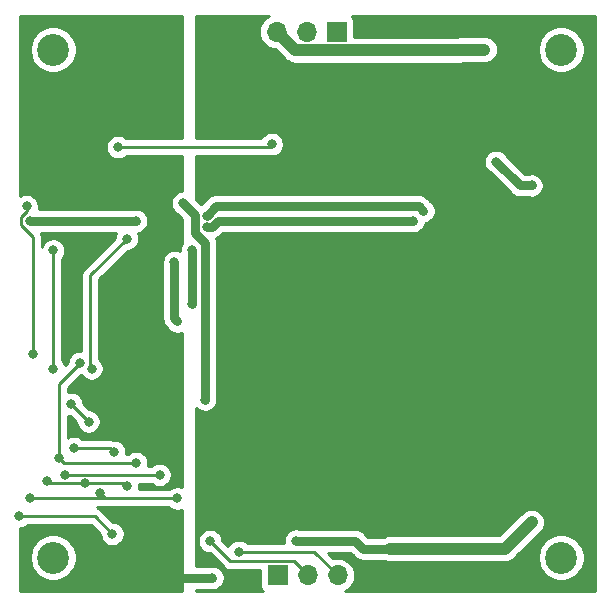
<source format=gbr>
G04 #@! TF.GenerationSoftware,KiCad,Pcbnew,5.1.4-e60b266~84~ubuntu18.04.1*
G04 #@! TF.CreationDate,2019-11-17T15:23:13-07:00*
G04 #@! TF.ProjectId,cob_single,636f625f-7369-46e6-976c-652e6b696361,rev?*
G04 #@! TF.SameCoordinates,Original*
G04 #@! TF.FileFunction,Copper,L2,Bot*
G04 #@! TF.FilePolarity,Positive*
%FSLAX46Y46*%
G04 Gerber Fmt 4.6, Leading zero omitted, Abs format (unit mm)*
G04 Created by KiCad (PCBNEW 5.1.4-e60b266~84~ubuntu18.04.1) date 2019-11-17 15:23:13*
%MOMM*%
%LPD*%
G04 APERTURE LIST*
%ADD10O,1.700000X1.700000*%
%ADD11R,1.700000X1.700000*%
%ADD12C,2.700000*%
%ADD13C,0.800000*%
%ADD14C,0.250000*%
%ADD15C,0.750000*%
%ADD16C,1.000000*%
%ADD17C,0.254000*%
G04 APERTURE END LIST*
D10*
X177580000Y-118000000D03*
X175040000Y-118000000D03*
D11*
X172500000Y-118000000D03*
X177500000Y-72000000D03*
D10*
X174960000Y-72000000D03*
X172420000Y-72000000D03*
D12*
X196500000Y-116500000D03*
X153500000Y-116500000D03*
X153500000Y-73500000D03*
X196500000Y-73500000D03*
D13*
X157500000Y-118000000D03*
X156494929Y-103399297D03*
X175000000Y-91500000D03*
X173000000Y-91500000D03*
X177000000Y-91500000D03*
X179000000Y-91500000D03*
X171000000Y-91500000D03*
X170000000Y-89500000D03*
X172000000Y-89500000D03*
X174000000Y-89500000D03*
X176000000Y-89500000D03*
X178000000Y-89500000D03*
X180000000Y-89500000D03*
X172000000Y-92500000D03*
X178000000Y-92500000D03*
X171000000Y-93500000D03*
X171000000Y-95000000D03*
X171000000Y-96500000D03*
X179000000Y-93500000D03*
X179000000Y-95000000D03*
X179000000Y-96500000D03*
X175000000Y-98500000D03*
X173000000Y-98500000D03*
X171000000Y-98500000D03*
X169000000Y-98500000D03*
X177000000Y-98500000D03*
X179000000Y-98500000D03*
X181000000Y-98500000D03*
X178000000Y-97500000D03*
X172000000Y-97500000D03*
X168000000Y-100500000D03*
X170000000Y-100500000D03*
X172000000Y-100500000D03*
X174000000Y-100500000D03*
X176000000Y-100500000D03*
X178000000Y-100500000D03*
X180000000Y-100500000D03*
X182000000Y-100500000D03*
X166982102Y-118224790D03*
X155130436Y-89642294D03*
X164000000Y-80000000D03*
X155500000Y-98250000D03*
X158000000Y-98250000D03*
X179750000Y-115750000D03*
X182000000Y-115750000D03*
X174075000Y-115075000D03*
X194000000Y-113500000D03*
X190000000Y-73500000D03*
X194000000Y-85000000D03*
X191000000Y-83000000D03*
X160106250Y-107106250D03*
X166774990Y-115103793D03*
X158500000Y-114500000D03*
X150625000Y-113000000D03*
X153500000Y-90500000D03*
X153500000Y-100500000D03*
X155000000Y-103500000D03*
X156500000Y-105000000D03*
X151250000Y-86750000D03*
X151750000Y-99250000D03*
X155250000Y-107250000D03*
X158631273Y-107555908D03*
X159000000Y-81750000D03*
X159750000Y-89500000D03*
X156750000Y-100500000D03*
X172000000Y-81500000D03*
X156175000Y-110225010D03*
X153000000Y-110000000D03*
X159715720Y-110487340D03*
X155774990Y-100017898D03*
X153949361Y-108038775D03*
X160525636Y-108499683D03*
X162500000Y-109500000D03*
X154500000Y-109500000D03*
X169224658Y-116022607D03*
X166368750Y-103131250D03*
X164500000Y-86500000D03*
X164000000Y-111500000D03*
X157500000Y-111000000D03*
X151500000Y-111500000D03*
X166500000Y-87550002D03*
X184841813Y-87158187D03*
X151500000Y-88000000D03*
X184000000Y-88000000D03*
X160500000Y-88000000D03*
X166500000Y-88550015D03*
X165250000Y-95000000D03*
X165250000Y-90500000D03*
X164000000Y-96500000D03*
X163750000Y-91500000D03*
X170500000Y-85000000D03*
X172500000Y-85000000D03*
X175000000Y-85000000D03*
X177500000Y-85000000D03*
X171500000Y-83500000D03*
X174000000Y-83500000D03*
X176500000Y-83500000D03*
D14*
X167000000Y-118000000D02*
X166982102Y-118017898D01*
X166982102Y-118017898D02*
X166982102Y-118224790D01*
X157500000Y-118000000D02*
X166757312Y-118000000D01*
X166757312Y-118000000D02*
X166982102Y-118224790D01*
D15*
X166982102Y-118224790D02*
X164275210Y-118224790D01*
X179075000Y-115075000D02*
X179750000Y-115750000D01*
X174075000Y-115075000D02*
X179075000Y-115075000D01*
X179750000Y-115750000D02*
X182000000Y-115750000D01*
D16*
X182000000Y-115750000D02*
X191750000Y-115750000D01*
X191750000Y-115750000D02*
X194000000Y-113500000D01*
X173269999Y-72849999D02*
X172420000Y-72000000D01*
X173970001Y-73550001D02*
X173269999Y-72849999D01*
X187949999Y-73550001D02*
X173970001Y-73550001D01*
X188000000Y-73500000D02*
X187949999Y-73550001D01*
X190000000Y-73500000D02*
X188000000Y-73500000D01*
D15*
X194000000Y-85000000D02*
X193000000Y-85000000D01*
X193000000Y-85000000D02*
X191000000Y-83000000D01*
D14*
X173864999Y-116824999D02*
X168496196Y-116824999D01*
X168496196Y-116824999D02*
X167174989Y-115503792D01*
X175040000Y-118000000D02*
X173864999Y-116824999D01*
X167174989Y-115503792D02*
X166774990Y-115103793D01*
X158500000Y-114500000D02*
X157000000Y-113000000D01*
X157000000Y-113000000D02*
X150625000Y-113000000D01*
X153500000Y-90500000D02*
X153500000Y-100500000D01*
X155000000Y-103500000D02*
X156500000Y-105000000D01*
X150774999Y-88348001D02*
X151088499Y-88661501D01*
X150774999Y-87651999D02*
X150774999Y-88348001D01*
X151250000Y-86750000D02*
X151250000Y-87176998D01*
X151250000Y-87176998D02*
X150774999Y-87651999D01*
X151088499Y-88661501D02*
X151750000Y-89323002D01*
X151750000Y-89323002D02*
X151750000Y-99250000D01*
X155250000Y-107250000D02*
X158325365Y-107250000D01*
X158325365Y-107250000D02*
X158631273Y-107555908D01*
X156641217Y-92608783D02*
X156641217Y-100391217D01*
X159750000Y-89500000D02*
X156641217Y-92608783D01*
X156641217Y-100391217D02*
X156750000Y-100500000D01*
X159000000Y-81750000D02*
X171750000Y-81750000D01*
X171750000Y-81750000D02*
X172000000Y-81500000D01*
X156175000Y-110225010D02*
X153225010Y-110225010D01*
X153225010Y-110225010D02*
X153000000Y-110000000D01*
X159453390Y-110225010D02*
X159715720Y-110487340D01*
X156175000Y-110225010D02*
X159453390Y-110225010D01*
X155774990Y-100017898D02*
X153949361Y-101843527D01*
X153949361Y-101843527D02*
X153949361Y-108038775D01*
X153949361Y-108038775D02*
X154410269Y-108499683D01*
X159959951Y-108499683D02*
X160525636Y-108499683D01*
X154410269Y-108499683D02*
X159959951Y-108499683D01*
X162500000Y-109500000D02*
X154500000Y-109500000D01*
X169790343Y-116022607D02*
X169224658Y-116022607D01*
X175602607Y-116022607D02*
X169790343Y-116022607D01*
X177580000Y-118000000D02*
X175602607Y-116022607D01*
D15*
X165524999Y-89018016D02*
X165524999Y-87525000D01*
X166368750Y-103131250D02*
X166368750Y-89861767D01*
X166368750Y-89861767D02*
X165524999Y-89018016D01*
X165524999Y-87525000D02*
X164500000Y-86500001D01*
X164500000Y-86500001D02*
X164500000Y-86500000D01*
D14*
X164000000Y-111500000D02*
X158000000Y-111500000D01*
X158000000Y-111500000D02*
X157500000Y-111000000D01*
X158000000Y-111500000D02*
X151500000Y-111500000D01*
X158500000Y-111500000D02*
X158000000Y-111500000D01*
X164000000Y-111500000D02*
X159500000Y-111500000D01*
X161500000Y-111500000D02*
X159500000Y-111500000D01*
D15*
X167291814Y-86758188D02*
X184441814Y-86758188D01*
X184441814Y-86758188D02*
X184841813Y-87158187D01*
X166500000Y-87550002D02*
X167291814Y-86758188D01*
X160500000Y-88000000D02*
X151500000Y-88000000D01*
X166924987Y-88550015D02*
X166500000Y-88550015D01*
X167475002Y-88000000D02*
X166924987Y-88550015D01*
X184000000Y-88000000D02*
X167475002Y-88000000D01*
X165250000Y-90500000D02*
X165250000Y-95000000D01*
X163750000Y-96250000D02*
X164000000Y-96500000D01*
X163750000Y-91500000D02*
X163750000Y-96250000D01*
D17*
G36*
X171590986Y-70759294D02*
G01*
X171364866Y-70944866D01*
X171179294Y-71170986D01*
X171041401Y-71428966D01*
X170956487Y-71708889D01*
X170927815Y-72000000D01*
X170956487Y-72291111D01*
X171041401Y-72571034D01*
X171179294Y-72829014D01*
X171364866Y-73055134D01*
X171590986Y-73240706D01*
X171848966Y-73378599D01*
X172128889Y-73463513D01*
X172294714Y-73479845D01*
X172506855Y-73691987D01*
X172506861Y-73691992D01*
X173128005Y-74313136D01*
X173163552Y-74356450D01*
X173336378Y-74498285D01*
X173533554Y-74603677D01*
X173747502Y-74668578D01*
X173914249Y-74685001D01*
X173914258Y-74685001D01*
X173970000Y-74690491D01*
X174025742Y-74685001D01*
X187894248Y-74685001D01*
X187949999Y-74690492D01*
X188005750Y-74685001D01*
X188005751Y-74685001D01*
X188172498Y-74668578D01*
X188283189Y-74635000D01*
X190055752Y-74635000D01*
X190222499Y-74618577D01*
X190436447Y-74553676D01*
X190633623Y-74448284D01*
X190806449Y-74306449D01*
X190948284Y-74133623D01*
X191053676Y-73936447D01*
X191118577Y-73722499D01*
X191140491Y-73500000D01*
X191121236Y-73304495D01*
X194515000Y-73304495D01*
X194515000Y-73695505D01*
X194591282Y-74079003D01*
X194740915Y-74440250D01*
X194958149Y-74765364D01*
X195234636Y-75041851D01*
X195559750Y-75259085D01*
X195920997Y-75408718D01*
X196304495Y-75485000D01*
X196695505Y-75485000D01*
X197079003Y-75408718D01*
X197440250Y-75259085D01*
X197765364Y-75041851D01*
X198041851Y-74765364D01*
X198259085Y-74440250D01*
X198408718Y-74079003D01*
X198485000Y-73695505D01*
X198485000Y-73304495D01*
X198408718Y-72920997D01*
X198259085Y-72559750D01*
X198041851Y-72234636D01*
X197765364Y-71958149D01*
X197440250Y-71740915D01*
X197079003Y-71591282D01*
X196695505Y-71515000D01*
X196304495Y-71515000D01*
X195920997Y-71591282D01*
X195559750Y-71740915D01*
X195234636Y-71958149D01*
X194958149Y-72234636D01*
X194740915Y-72559750D01*
X194591282Y-72920997D01*
X194515000Y-73304495D01*
X191121236Y-73304495D01*
X191118577Y-73277501D01*
X191053676Y-73063553D01*
X190948284Y-72866377D01*
X190806449Y-72693551D01*
X190633623Y-72551716D01*
X190436447Y-72446324D01*
X190222499Y-72381423D01*
X190055752Y-72365000D01*
X188055751Y-72365000D01*
X187999999Y-72359509D01*
X187944248Y-72365000D01*
X187777501Y-72381423D01*
X187666810Y-72415001D01*
X178988072Y-72415001D01*
X178988072Y-71150000D01*
X178975812Y-71025518D01*
X178939502Y-70905820D01*
X178880537Y-70795506D01*
X178801185Y-70698815D01*
X178753889Y-70660000D01*
X199340001Y-70660000D01*
X199340000Y-119340000D01*
X178223248Y-119340000D01*
X178409014Y-119240706D01*
X178635134Y-119055134D01*
X178820706Y-118829014D01*
X178958599Y-118571034D01*
X179043513Y-118291111D01*
X179072185Y-118000000D01*
X179043513Y-117708889D01*
X178958599Y-117428966D01*
X178820706Y-117170986D01*
X178635134Y-116944866D01*
X178409014Y-116759294D01*
X178151034Y-116621401D01*
X177871111Y-116536487D01*
X177652950Y-116515000D01*
X177507050Y-116515000D01*
X177288889Y-116536487D01*
X177214005Y-116559203D01*
X176739801Y-116085000D01*
X178656645Y-116085000D01*
X178874867Y-116303221D01*
X178946063Y-116409774D01*
X179090226Y-116553937D01*
X179259744Y-116667205D01*
X179448102Y-116745226D01*
X179648061Y-116785000D01*
X179851939Y-116785000D01*
X179977623Y-116760000D01*
X181481840Y-116760000D01*
X181563553Y-116803676D01*
X181777501Y-116868577D01*
X181944248Y-116885000D01*
X191694249Y-116885000D01*
X191750000Y-116890491D01*
X191805751Y-116885000D01*
X191805752Y-116885000D01*
X191972499Y-116868577D01*
X192186447Y-116803676D01*
X192383623Y-116698284D01*
X192556449Y-116556449D01*
X192591996Y-116513136D01*
X192800637Y-116304495D01*
X194515000Y-116304495D01*
X194515000Y-116695505D01*
X194591282Y-117079003D01*
X194740915Y-117440250D01*
X194958149Y-117765364D01*
X195234636Y-118041851D01*
X195559750Y-118259085D01*
X195920997Y-118408718D01*
X196304495Y-118485000D01*
X196695505Y-118485000D01*
X197079003Y-118408718D01*
X197440250Y-118259085D01*
X197765364Y-118041851D01*
X198041851Y-117765364D01*
X198259085Y-117440250D01*
X198408718Y-117079003D01*
X198485000Y-116695505D01*
X198485000Y-116304495D01*
X198408718Y-115920997D01*
X198259085Y-115559750D01*
X198041851Y-115234636D01*
X197765364Y-114958149D01*
X197440250Y-114740915D01*
X197079003Y-114591282D01*
X196695505Y-114515000D01*
X196304495Y-114515000D01*
X195920997Y-114591282D01*
X195559750Y-114740915D01*
X195234636Y-114958149D01*
X194958149Y-115234636D01*
X194740915Y-115559750D01*
X194591282Y-115920997D01*
X194515000Y-116304495D01*
X192800637Y-116304495D01*
X194841989Y-114263144D01*
X194948284Y-114133623D01*
X195053676Y-113936447D01*
X195118577Y-113722499D01*
X195140491Y-113500000D01*
X195118577Y-113277501D01*
X195053676Y-113063553D01*
X194948284Y-112866377D01*
X194806449Y-112693551D01*
X194633623Y-112551716D01*
X194436447Y-112446324D01*
X194222499Y-112381423D01*
X194000000Y-112359509D01*
X193777501Y-112381423D01*
X193563553Y-112446324D01*
X193366377Y-112551716D01*
X193236856Y-112658011D01*
X191279869Y-114615000D01*
X181944248Y-114615000D01*
X181777501Y-114631423D01*
X181563553Y-114696324D01*
X181481840Y-114740000D01*
X180168354Y-114740000D01*
X179824261Y-114395906D01*
X179792633Y-114357367D01*
X179638840Y-114231153D01*
X179463380Y-114137368D01*
X179272994Y-114079615D01*
X179124608Y-114065000D01*
X179075000Y-114060114D01*
X179025392Y-114065000D01*
X174302623Y-114065000D01*
X174176939Y-114040000D01*
X173973061Y-114040000D01*
X173773102Y-114079774D01*
X173584744Y-114157795D01*
X173415226Y-114271063D01*
X173271063Y-114415226D01*
X173157795Y-114584744D01*
X173079774Y-114773102D01*
X173040000Y-114973061D01*
X173040000Y-115176939D01*
X173057040Y-115262607D01*
X169928369Y-115262607D01*
X169884432Y-115218670D01*
X169714914Y-115105402D01*
X169526556Y-115027381D01*
X169326597Y-114987607D01*
X169122719Y-114987607D01*
X168922760Y-115027381D01*
X168734402Y-115105402D01*
X168564884Y-115218670D01*
X168420721Y-115362833D01*
X168307453Y-115532351D01*
X168298929Y-115552930D01*
X167809990Y-115063992D01*
X167809990Y-115001854D01*
X167770216Y-114801895D01*
X167692195Y-114613537D01*
X167578927Y-114444019D01*
X167434764Y-114299856D01*
X167265246Y-114186588D01*
X167076888Y-114108567D01*
X166876929Y-114068793D01*
X166673051Y-114068793D01*
X166473092Y-114108567D01*
X166284734Y-114186588D01*
X166115216Y-114299856D01*
X165971053Y-114444019D01*
X165857785Y-114613537D01*
X165779764Y-114801895D01*
X165739990Y-115001854D01*
X165739990Y-115205732D01*
X165779764Y-115405691D01*
X165857785Y-115594049D01*
X165971053Y-115763567D01*
X166115216Y-115907730D01*
X166284734Y-116020998D01*
X166473092Y-116099019D01*
X166673051Y-116138793D01*
X166735189Y-116138793D01*
X167932396Y-117336001D01*
X167956195Y-117365000D01*
X168071920Y-117459973D01*
X168203949Y-117530545D01*
X168347210Y-117574002D01*
X168458863Y-117584999D01*
X168458873Y-117584999D01*
X168496196Y-117588675D01*
X168533519Y-117584999D01*
X171011928Y-117584999D01*
X171011928Y-118850000D01*
X171024188Y-118974482D01*
X171060498Y-119094180D01*
X171119463Y-119204494D01*
X171198815Y-119301185D01*
X171246111Y-119340000D01*
X165627000Y-119340000D01*
X165627000Y-119234790D01*
X166754479Y-119234790D01*
X166880163Y-119259790D01*
X167084041Y-119259790D01*
X167284000Y-119220016D01*
X167472358Y-119141995D01*
X167641876Y-119028727D01*
X167786039Y-118884564D01*
X167899307Y-118715046D01*
X167977328Y-118526688D01*
X168017102Y-118326729D01*
X168017102Y-118122851D01*
X167977328Y-117922892D01*
X167899307Y-117734534D01*
X167786039Y-117565016D01*
X167641876Y-117420853D01*
X167472358Y-117307585D01*
X167284000Y-117229564D01*
X167084041Y-117189790D01*
X166880163Y-117189790D01*
X166754479Y-117214790D01*
X165627000Y-117214790D01*
X165627000Y-103853211D01*
X165708976Y-103935187D01*
X165878494Y-104048455D01*
X166066852Y-104126476D01*
X166266811Y-104166250D01*
X166470689Y-104166250D01*
X166670648Y-104126476D01*
X166859006Y-104048455D01*
X167028524Y-103935187D01*
X167172687Y-103791024D01*
X167285955Y-103621506D01*
X167363976Y-103433148D01*
X167403750Y-103233189D01*
X167403750Y-103029311D01*
X167378750Y-102903627D01*
X167378750Y-89911371D01*
X167383636Y-89861766D01*
X167378750Y-89812159D01*
X167364135Y-89663773D01*
X167310932Y-89488386D01*
X167313367Y-89487647D01*
X167488827Y-89393862D01*
X167642620Y-89267648D01*
X167674248Y-89229109D01*
X167893357Y-89010000D01*
X183772377Y-89010000D01*
X183898061Y-89035000D01*
X184101939Y-89035000D01*
X184301898Y-88995226D01*
X184490256Y-88917205D01*
X184659774Y-88803937D01*
X184803937Y-88659774D01*
X184917205Y-88490256D01*
X184995226Y-88301898D01*
X185019861Y-88178048D01*
X185143711Y-88153413D01*
X185332069Y-88075392D01*
X185501587Y-87962124D01*
X185645750Y-87817961D01*
X185759018Y-87648443D01*
X185837039Y-87460085D01*
X185876813Y-87260126D01*
X185876813Y-87056248D01*
X185837039Y-86856289D01*
X185759018Y-86667931D01*
X185645750Y-86498413D01*
X185501587Y-86354250D01*
X185395035Y-86283054D01*
X185191076Y-86079095D01*
X185159447Y-86040555D01*
X185005654Y-85914341D01*
X184830194Y-85820556D01*
X184639808Y-85762803D01*
X184491422Y-85748188D01*
X184441814Y-85743302D01*
X184392206Y-85748188D01*
X167341418Y-85748188D01*
X167291813Y-85743302D01*
X167242208Y-85748188D01*
X167242206Y-85748188D01*
X167093820Y-85762803D01*
X166903434Y-85820556D01*
X166727974Y-85914341D01*
X166574181Y-86040555D01*
X166542553Y-86079094D01*
X166025001Y-86596646D01*
X165627000Y-86198646D01*
X165627000Y-82898061D01*
X189965000Y-82898061D01*
X189965000Y-83101939D01*
X190004774Y-83301898D01*
X190082795Y-83490256D01*
X190196063Y-83659774D01*
X190340226Y-83803937D01*
X190446777Y-83875132D01*
X192250739Y-85679094D01*
X192282367Y-85717633D01*
X192436160Y-85843847D01*
X192611620Y-85937632D01*
X192802006Y-85995385D01*
X192950392Y-86010000D01*
X192950394Y-86010000D01*
X192999999Y-86014886D01*
X193049604Y-86010000D01*
X193772377Y-86010000D01*
X193898061Y-86035000D01*
X194101939Y-86035000D01*
X194301898Y-85995226D01*
X194490256Y-85917205D01*
X194659774Y-85803937D01*
X194803937Y-85659774D01*
X194917205Y-85490256D01*
X194995226Y-85301898D01*
X195035000Y-85101939D01*
X195035000Y-84898061D01*
X194995226Y-84698102D01*
X194917205Y-84509744D01*
X194803937Y-84340226D01*
X194659774Y-84196063D01*
X194490256Y-84082795D01*
X194301898Y-84004774D01*
X194101939Y-83965000D01*
X193898061Y-83965000D01*
X193772377Y-83990000D01*
X193418355Y-83990000D01*
X191875132Y-82446777D01*
X191803937Y-82340226D01*
X191659774Y-82196063D01*
X191490256Y-82082795D01*
X191301898Y-82004774D01*
X191101939Y-81965000D01*
X190898061Y-81965000D01*
X190698102Y-82004774D01*
X190509744Y-82082795D01*
X190340226Y-82196063D01*
X190196063Y-82340226D01*
X190082795Y-82509744D01*
X190004774Y-82698102D01*
X189965000Y-82898061D01*
X165627000Y-82898061D01*
X165627000Y-82510000D01*
X171712678Y-82510000D01*
X171750000Y-82513676D01*
X171777326Y-82510985D01*
X171898061Y-82535000D01*
X172101939Y-82535000D01*
X172301898Y-82495226D01*
X172490256Y-82417205D01*
X172659774Y-82303937D01*
X172803937Y-82159774D01*
X172917205Y-81990256D01*
X172995226Y-81801898D01*
X173035000Y-81601939D01*
X173035000Y-81398061D01*
X172995226Y-81198102D01*
X172917205Y-81009744D01*
X172803937Y-80840226D01*
X172659774Y-80696063D01*
X172490256Y-80582795D01*
X172301898Y-80504774D01*
X172101939Y-80465000D01*
X171898061Y-80465000D01*
X171698102Y-80504774D01*
X171509744Y-80582795D01*
X171340226Y-80696063D01*
X171196063Y-80840226D01*
X171095987Y-80990000D01*
X165627000Y-80990000D01*
X165627000Y-70660000D01*
X171776752Y-70660000D01*
X171590986Y-70759294D01*
X171590986Y-70759294D01*
G37*
X171590986Y-70759294D02*
X171364866Y-70944866D01*
X171179294Y-71170986D01*
X171041401Y-71428966D01*
X170956487Y-71708889D01*
X170927815Y-72000000D01*
X170956487Y-72291111D01*
X171041401Y-72571034D01*
X171179294Y-72829014D01*
X171364866Y-73055134D01*
X171590986Y-73240706D01*
X171848966Y-73378599D01*
X172128889Y-73463513D01*
X172294714Y-73479845D01*
X172506855Y-73691987D01*
X172506861Y-73691992D01*
X173128005Y-74313136D01*
X173163552Y-74356450D01*
X173336378Y-74498285D01*
X173533554Y-74603677D01*
X173747502Y-74668578D01*
X173914249Y-74685001D01*
X173914258Y-74685001D01*
X173970000Y-74690491D01*
X174025742Y-74685001D01*
X187894248Y-74685001D01*
X187949999Y-74690492D01*
X188005750Y-74685001D01*
X188005751Y-74685001D01*
X188172498Y-74668578D01*
X188283189Y-74635000D01*
X190055752Y-74635000D01*
X190222499Y-74618577D01*
X190436447Y-74553676D01*
X190633623Y-74448284D01*
X190806449Y-74306449D01*
X190948284Y-74133623D01*
X191053676Y-73936447D01*
X191118577Y-73722499D01*
X191140491Y-73500000D01*
X191121236Y-73304495D01*
X194515000Y-73304495D01*
X194515000Y-73695505D01*
X194591282Y-74079003D01*
X194740915Y-74440250D01*
X194958149Y-74765364D01*
X195234636Y-75041851D01*
X195559750Y-75259085D01*
X195920997Y-75408718D01*
X196304495Y-75485000D01*
X196695505Y-75485000D01*
X197079003Y-75408718D01*
X197440250Y-75259085D01*
X197765364Y-75041851D01*
X198041851Y-74765364D01*
X198259085Y-74440250D01*
X198408718Y-74079003D01*
X198485000Y-73695505D01*
X198485000Y-73304495D01*
X198408718Y-72920997D01*
X198259085Y-72559750D01*
X198041851Y-72234636D01*
X197765364Y-71958149D01*
X197440250Y-71740915D01*
X197079003Y-71591282D01*
X196695505Y-71515000D01*
X196304495Y-71515000D01*
X195920997Y-71591282D01*
X195559750Y-71740915D01*
X195234636Y-71958149D01*
X194958149Y-72234636D01*
X194740915Y-72559750D01*
X194591282Y-72920997D01*
X194515000Y-73304495D01*
X191121236Y-73304495D01*
X191118577Y-73277501D01*
X191053676Y-73063553D01*
X190948284Y-72866377D01*
X190806449Y-72693551D01*
X190633623Y-72551716D01*
X190436447Y-72446324D01*
X190222499Y-72381423D01*
X190055752Y-72365000D01*
X188055751Y-72365000D01*
X187999999Y-72359509D01*
X187944248Y-72365000D01*
X187777501Y-72381423D01*
X187666810Y-72415001D01*
X178988072Y-72415001D01*
X178988072Y-71150000D01*
X178975812Y-71025518D01*
X178939502Y-70905820D01*
X178880537Y-70795506D01*
X178801185Y-70698815D01*
X178753889Y-70660000D01*
X199340001Y-70660000D01*
X199340000Y-119340000D01*
X178223248Y-119340000D01*
X178409014Y-119240706D01*
X178635134Y-119055134D01*
X178820706Y-118829014D01*
X178958599Y-118571034D01*
X179043513Y-118291111D01*
X179072185Y-118000000D01*
X179043513Y-117708889D01*
X178958599Y-117428966D01*
X178820706Y-117170986D01*
X178635134Y-116944866D01*
X178409014Y-116759294D01*
X178151034Y-116621401D01*
X177871111Y-116536487D01*
X177652950Y-116515000D01*
X177507050Y-116515000D01*
X177288889Y-116536487D01*
X177214005Y-116559203D01*
X176739801Y-116085000D01*
X178656645Y-116085000D01*
X178874867Y-116303221D01*
X178946063Y-116409774D01*
X179090226Y-116553937D01*
X179259744Y-116667205D01*
X179448102Y-116745226D01*
X179648061Y-116785000D01*
X179851939Y-116785000D01*
X179977623Y-116760000D01*
X181481840Y-116760000D01*
X181563553Y-116803676D01*
X181777501Y-116868577D01*
X181944248Y-116885000D01*
X191694249Y-116885000D01*
X191750000Y-116890491D01*
X191805751Y-116885000D01*
X191805752Y-116885000D01*
X191972499Y-116868577D01*
X192186447Y-116803676D01*
X192383623Y-116698284D01*
X192556449Y-116556449D01*
X192591996Y-116513136D01*
X192800637Y-116304495D01*
X194515000Y-116304495D01*
X194515000Y-116695505D01*
X194591282Y-117079003D01*
X194740915Y-117440250D01*
X194958149Y-117765364D01*
X195234636Y-118041851D01*
X195559750Y-118259085D01*
X195920997Y-118408718D01*
X196304495Y-118485000D01*
X196695505Y-118485000D01*
X197079003Y-118408718D01*
X197440250Y-118259085D01*
X197765364Y-118041851D01*
X198041851Y-117765364D01*
X198259085Y-117440250D01*
X198408718Y-117079003D01*
X198485000Y-116695505D01*
X198485000Y-116304495D01*
X198408718Y-115920997D01*
X198259085Y-115559750D01*
X198041851Y-115234636D01*
X197765364Y-114958149D01*
X197440250Y-114740915D01*
X197079003Y-114591282D01*
X196695505Y-114515000D01*
X196304495Y-114515000D01*
X195920997Y-114591282D01*
X195559750Y-114740915D01*
X195234636Y-114958149D01*
X194958149Y-115234636D01*
X194740915Y-115559750D01*
X194591282Y-115920997D01*
X194515000Y-116304495D01*
X192800637Y-116304495D01*
X194841989Y-114263144D01*
X194948284Y-114133623D01*
X195053676Y-113936447D01*
X195118577Y-113722499D01*
X195140491Y-113500000D01*
X195118577Y-113277501D01*
X195053676Y-113063553D01*
X194948284Y-112866377D01*
X194806449Y-112693551D01*
X194633623Y-112551716D01*
X194436447Y-112446324D01*
X194222499Y-112381423D01*
X194000000Y-112359509D01*
X193777501Y-112381423D01*
X193563553Y-112446324D01*
X193366377Y-112551716D01*
X193236856Y-112658011D01*
X191279869Y-114615000D01*
X181944248Y-114615000D01*
X181777501Y-114631423D01*
X181563553Y-114696324D01*
X181481840Y-114740000D01*
X180168354Y-114740000D01*
X179824261Y-114395906D01*
X179792633Y-114357367D01*
X179638840Y-114231153D01*
X179463380Y-114137368D01*
X179272994Y-114079615D01*
X179124608Y-114065000D01*
X179075000Y-114060114D01*
X179025392Y-114065000D01*
X174302623Y-114065000D01*
X174176939Y-114040000D01*
X173973061Y-114040000D01*
X173773102Y-114079774D01*
X173584744Y-114157795D01*
X173415226Y-114271063D01*
X173271063Y-114415226D01*
X173157795Y-114584744D01*
X173079774Y-114773102D01*
X173040000Y-114973061D01*
X173040000Y-115176939D01*
X173057040Y-115262607D01*
X169928369Y-115262607D01*
X169884432Y-115218670D01*
X169714914Y-115105402D01*
X169526556Y-115027381D01*
X169326597Y-114987607D01*
X169122719Y-114987607D01*
X168922760Y-115027381D01*
X168734402Y-115105402D01*
X168564884Y-115218670D01*
X168420721Y-115362833D01*
X168307453Y-115532351D01*
X168298929Y-115552930D01*
X167809990Y-115063992D01*
X167809990Y-115001854D01*
X167770216Y-114801895D01*
X167692195Y-114613537D01*
X167578927Y-114444019D01*
X167434764Y-114299856D01*
X167265246Y-114186588D01*
X167076888Y-114108567D01*
X166876929Y-114068793D01*
X166673051Y-114068793D01*
X166473092Y-114108567D01*
X166284734Y-114186588D01*
X166115216Y-114299856D01*
X165971053Y-114444019D01*
X165857785Y-114613537D01*
X165779764Y-114801895D01*
X165739990Y-115001854D01*
X165739990Y-115205732D01*
X165779764Y-115405691D01*
X165857785Y-115594049D01*
X165971053Y-115763567D01*
X166115216Y-115907730D01*
X166284734Y-116020998D01*
X166473092Y-116099019D01*
X166673051Y-116138793D01*
X166735189Y-116138793D01*
X167932396Y-117336001D01*
X167956195Y-117365000D01*
X168071920Y-117459973D01*
X168203949Y-117530545D01*
X168347210Y-117574002D01*
X168458863Y-117584999D01*
X168458873Y-117584999D01*
X168496196Y-117588675D01*
X168533519Y-117584999D01*
X171011928Y-117584999D01*
X171011928Y-118850000D01*
X171024188Y-118974482D01*
X171060498Y-119094180D01*
X171119463Y-119204494D01*
X171198815Y-119301185D01*
X171246111Y-119340000D01*
X165627000Y-119340000D01*
X165627000Y-119234790D01*
X166754479Y-119234790D01*
X166880163Y-119259790D01*
X167084041Y-119259790D01*
X167284000Y-119220016D01*
X167472358Y-119141995D01*
X167641876Y-119028727D01*
X167786039Y-118884564D01*
X167899307Y-118715046D01*
X167977328Y-118526688D01*
X168017102Y-118326729D01*
X168017102Y-118122851D01*
X167977328Y-117922892D01*
X167899307Y-117734534D01*
X167786039Y-117565016D01*
X167641876Y-117420853D01*
X167472358Y-117307585D01*
X167284000Y-117229564D01*
X167084041Y-117189790D01*
X166880163Y-117189790D01*
X166754479Y-117214790D01*
X165627000Y-117214790D01*
X165627000Y-103853211D01*
X165708976Y-103935187D01*
X165878494Y-104048455D01*
X166066852Y-104126476D01*
X166266811Y-104166250D01*
X166470689Y-104166250D01*
X166670648Y-104126476D01*
X166859006Y-104048455D01*
X167028524Y-103935187D01*
X167172687Y-103791024D01*
X167285955Y-103621506D01*
X167363976Y-103433148D01*
X167403750Y-103233189D01*
X167403750Y-103029311D01*
X167378750Y-102903627D01*
X167378750Y-89911371D01*
X167383636Y-89861766D01*
X167378750Y-89812159D01*
X167364135Y-89663773D01*
X167310932Y-89488386D01*
X167313367Y-89487647D01*
X167488827Y-89393862D01*
X167642620Y-89267648D01*
X167674248Y-89229109D01*
X167893357Y-89010000D01*
X183772377Y-89010000D01*
X183898061Y-89035000D01*
X184101939Y-89035000D01*
X184301898Y-88995226D01*
X184490256Y-88917205D01*
X184659774Y-88803937D01*
X184803937Y-88659774D01*
X184917205Y-88490256D01*
X184995226Y-88301898D01*
X185019861Y-88178048D01*
X185143711Y-88153413D01*
X185332069Y-88075392D01*
X185501587Y-87962124D01*
X185645750Y-87817961D01*
X185759018Y-87648443D01*
X185837039Y-87460085D01*
X185876813Y-87260126D01*
X185876813Y-87056248D01*
X185837039Y-86856289D01*
X185759018Y-86667931D01*
X185645750Y-86498413D01*
X185501587Y-86354250D01*
X185395035Y-86283054D01*
X185191076Y-86079095D01*
X185159447Y-86040555D01*
X185005654Y-85914341D01*
X184830194Y-85820556D01*
X184639808Y-85762803D01*
X184491422Y-85748188D01*
X184441814Y-85743302D01*
X184392206Y-85748188D01*
X167341418Y-85748188D01*
X167291813Y-85743302D01*
X167242208Y-85748188D01*
X167242206Y-85748188D01*
X167093820Y-85762803D01*
X166903434Y-85820556D01*
X166727974Y-85914341D01*
X166574181Y-86040555D01*
X166542553Y-86079094D01*
X166025001Y-86596646D01*
X165627000Y-86198646D01*
X165627000Y-82898061D01*
X189965000Y-82898061D01*
X189965000Y-83101939D01*
X190004774Y-83301898D01*
X190082795Y-83490256D01*
X190196063Y-83659774D01*
X190340226Y-83803937D01*
X190446777Y-83875132D01*
X192250739Y-85679094D01*
X192282367Y-85717633D01*
X192436160Y-85843847D01*
X192611620Y-85937632D01*
X192802006Y-85995385D01*
X192950392Y-86010000D01*
X192950394Y-86010000D01*
X192999999Y-86014886D01*
X193049604Y-86010000D01*
X193772377Y-86010000D01*
X193898061Y-86035000D01*
X194101939Y-86035000D01*
X194301898Y-85995226D01*
X194490256Y-85917205D01*
X194659774Y-85803937D01*
X194803937Y-85659774D01*
X194917205Y-85490256D01*
X194995226Y-85301898D01*
X195035000Y-85101939D01*
X195035000Y-84898061D01*
X194995226Y-84698102D01*
X194917205Y-84509744D01*
X194803937Y-84340226D01*
X194659774Y-84196063D01*
X194490256Y-84082795D01*
X194301898Y-84004774D01*
X194101939Y-83965000D01*
X193898061Y-83965000D01*
X193772377Y-83990000D01*
X193418355Y-83990000D01*
X191875132Y-82446777D01*
X191803937Y-82340226D01*
X191659774Y-82196063D01*
X191490256Y-82082795D01*
X191301898Y-82004774D01*
X191101939Y-81965000D01*
X190898061Y-81965000D01*
X190698102Y-82004774D01*
X190509744Y-82082795D01*
X190340226Y-82196063D01*
X190196063Y-82340226D01*
X190082795Y-82509744D01*
X190004774Y-82698102D01*
X189965000Y-82898061D01*
X165627000Y-82898061D01*
X165627000Y-82510000D01*
X171712678Y-82510000D01*
X171750000Y-82513676D01*
X171777326Y-82510985D01*
X171898061Y-82535000D01*
X172101939Y-82535000D01*
X172301898Y-82495226D01*
X172490256Y-82417205D01*
X172659774Y-82303937D01*
X172803937Y-82159774D01*
X172917205Y-81990256D01*
X172995226Y-81801898D01*
X173035000Y-81601939D01*
X173035000Y-81398061D01*
X172995226Y-81198102D01*
X172917205Y-81009744D01*
X172803937Y-80840226D01*
X172659774Y-80696063D01*
X172490256Y-80582795D01*
X172301898Y-80504774D01*
X172101939Y-80465000D01*
X171898061Y-80465000D01*
X171698102Y-80504774D01*
X171509744Y-80582795D01*
X171340226Y-80696063D01*
X171196063Y-80840226D01*
X171095987Y-80990000D01*
X165627000Y-80990000D01*
X165627000Y-70660000D01*
X171776752Y-70660000D01*
X171590986Y-70759294D01*
G36*
X158000000Y-112263676D02*
G01*
X158037325Y-112260000D01*
X163296289Y-112260000D01*
X163340226Y-112303937D01*
X163509744Y-112417205D01*
X163698102Y-112495226D01*
X163898061Y-112535000D01*
X164101939Y-112535000D01*
X164301898Y-112495226D01*
X164373000Y-112465774D01*
X164373000Y-119340000D01*
X150660000Y-119340000D01*
X150660000Y-116304495D01*
X151515000Y-116304495D01*
X151515000Y-116695505D01*
X151591282Y-117079003D01*
X151740915Y-117440250D01*
X151958149Y-117765364D01*
X152234636Y-118041851D01*
X152559750Y-118259085D01*
X152920997Y-118408718D01*
X153304495Y-118485000D01*
X153695505Y-118485000D01*
X154079003Y-118408718D01*
X154440250Y-118259085D01*
X154765364Y-118041851D01*
X155041851Y-117765364D01*
X155259085Y-117440250D01*
X155408718Y-117079003D01*
X155485000Y-116695505D01*
X155485000Y-116304495D01*
X155408718Y-115920997D01*
X155259085Y-115559750D01*
X155041851Y-115234636D01*
X154765364Y-114958149D01*
X154440250Y-114740915D01*
X154079003Y-114591282D01*
X153695505Y-114515000D01*
X153304495Y-114515000D01*
X152920997Y-114591282D01*
X152559750Y-114740915D01*
X152234636Y-114958149D01*
X151958149Y-115234636D01*
X151740915Y-115559750D01*
X151591282Y-115920997D01*
X151515000Y-116304495D01*
X150660000Y-116304495D01*
X150660000Y-114035000D01*
X150726939Y-114035000D01*
X150926898Y-113995226D01*
X151115256Y-113917205D01*
X151284774Y-113803937D01*
X151328711Y-113760000D01*
X156685199Y-113760000D01*
X157465000Y-114539802D01*
X157465000Y-114601939D01*
X157504774Y-114801898D01*
X157582795Y-114990256D01*
X157696063Y-115159774D01*
X157840226Y-115303937D01*
X158009744Y-115417205D01*
X158198102Y-115495226D01*
X158398061Y-115535000D01*
X158601939Y-115535000D01*
X158801898Y-115495226D01*
X158990256Y-115417205D01*
X159159774Y-115303937D01*
X159303937Y-115159774D01*
X159417205Y-114990256D01*
X159495226Y-114801898D01*
X159535000Y-114601939D01*
X159535000Y-114398061D01*
X159495226Y-114198102D01*
X159417205Y-114009744D01*
X159303937Y-113840226D01*
X159159774Y-113696063D01*
X158990256Y-113582795D01*
X158801898Y-113504774D01*
X158601939Y-113465000D01*
X158539802Y-113465000D01*
X157563804Y-112489003D01*
X157540001Y-112459999D01*
X157424276Y-112365026D01*
X157292247Y-112294454D01*
X157178665Y-112260000D01*
X157962675Y-112260000D01*
X158000000Y-112263676D01*
X158000000Y-112263676D01*
G37*
X158000000Y-112263676D02*
X158037325Y-112260000D01*
X163296289Y-112260000D01*
X163340226Y-112303937D01*
X163509744Y-112417205D01*
X163698102Y-112495226D01*
X163898061Y-112535000D01*
X164101939Y-112535000D01*
X164301898Y-112495226D01*
X164373000Y-112465774D01*
X164373000Y-119340000D01*
X150660000Y-119340000D01*
X150660000Y-116304495D01*
X151515000Y-116304495D01*
X151515000Y-116695505D01*
X151591282Y-117079003D01*
X151740915Y-117440250D01*
X151958149Y-117765364D01*
X152234636Y-118041851D01*
X152559750Y-118259085D01*
X152920997Y-118408718D01*
X153304495Y-118485000D01*
X153695505Y-118485000D01*
X154079003Y-118408718D01*
X154440250Y-118259085D01*
X154765364Y-118041851D01*
X155041851Y-117765364D01*
X155259085Y-117440250D01*
X155408718Y-117079003D01*
X155485000Y-116695505D01*
X155485000Y-116304495D01*
X155408718Y-115920997D01*
X155259085Y-115559750D01*
X155041851Y-115234636D01*
X154765364Y-114958149D01*
X154440250Y-114740915D01*
X154079003Y-114591282D01*
X153695505Y-114515000D01*
X153304495Y-114515000D01*
X152920997Y-114591282D01*
X152559750Y-114740915D01*
X152234636Y-114958149D01*
X151958149Y-115234636D01*
X151740915Y-115559750D01*
X151591282Y-115920997D01*
X151515000Y-116304495D01*
X150660000Y-116304495D01*
X150660000Y-114035000D01*
X150726939Y-114035000D01*
X150926898Y-113995226D01*
X151115256Y-113917205D01*
X151284774Y-113803937D01*
X151328711Y-113760000D01*
X156685199Y-113760000D01*
X157465000Y-114539802D01*
X157465000Y-114601939D01*
X157504774Y-114801898D01*
X157582795Y-114990256D01*
X157696063Y-115159774D01*
X157840226Y-115303937D01*
X158009744Y-115417205D01*
X158198102Y-115495226D01*
X158398061Y-115535000D01*
X158601939Y-115535000D01*
X158801898Y-115495226D01*
X158990256Y-115417205D01*
X159159774Y-115303937D01*
X159303937Y-115159774D01*
X159417205Y-114990256D01*
X159495226Y-114801898D01*
X159535000Y-114601939D01*
X159535000Y-114398061D01*
X159495226Y-114198102D01*
X159417205Y-114009744D01*
X159303937Y-113840226D01*
X159159774Y-113696063D01*
X158990256Y-113582795D01*
X158801898Y-113504774D01*
X158601939Y-113465000D01*
X158539802Y-113465000D01*
X157563804Y-112489003D01*
X157540001Y-112459999D01*
X157424276Y-112365026D01*
X157292247Y-112294454D01*
X157178665Y-112260000D01*
X157962675Y-112260000D01*
X158000000Y-112263676D01*
G36*
X164373000Y-80990000D02*
G01*
X159703711Y-80990000D01*
X159659774Y-80946063D01*
X159490256Y-80832795D01*
X159301898Y-80754774D01*
X159101939Y-80715000D01*
X158898061Y-80715000D01*
X158698102Y-80754774D01*
X158509744Y-80832795D01*
X158340226Y-80946063D01*
X158196063Y-81090226D01*
X158082795Y-81259744D01*
X158004774Y-81448102D01*
X157965000Y-81648061D01*
X157965000Y-81851939D01*
X158004774Y-82051898D01*
X158082795Y-82240256D01*
X158196063Y-82409774D01*
X158340226Y-82553937D01*
X158509744Y-82667205D01*
X158698102Y-82745226D01*
X158898061Y-82785000D01*
X159101939Y-82785000D01*
X159301898Y-82745226D01*
X159490256Y-82667205D01*
X159659774Y-82553937D01*
X159703711Y-82510000D01*
X164373000Y-82510000D01*
X164373000Y-85469985D01*
X164198102Y-85504774D01*
X164009744Y-85582795D01*
X163840226Y-85696063D01*
X163696063Y-85840226D01*
X163582795Y-86009744D01*
X163504774Y-86198102D01*
X163465000Y-86398061D01*
X163465000Y-86601939D01*
X163504774Y-86801898D01*
X163582795Y-86990256D01*
X163696063Y-87159774D01*
X163840226Y-87303937D01*
X163946773Y-87375129D01*
X164373000Y-87801356D01*
X164373000Y-89949573D01*
X164332795Y-90009744D01*
X164254774Y-90198102D01*
X164215000Y-90398061D01*
X164215000Y-90572334D01*
X164051898Y-90504774D01*
X163851939Y-90465000D01*
X163648061Y-90465000D01*
X163448102Y-90504774D01*
X163259744Y-90582795D01*
X163090226Y-90696063D01*
X162946063Y-90840226D01*
X162832795Y-91009744D01*
X162754774Y-91198102D01*
X162715000Y-91398061D01*
X162715000Y-91601939D01*
X162740000Y-91727624D01*
X162740001Y-96200382D01*
X162735114Y-96250000D01*
X162754615Y-96447994D01*
X162812368Y-96638379D01*
X162812369Y-96638380D01*
X162906154Y-96813840D01*
X163032368Y-96967633D01*
X163070903Y-96999257D01*
X163124867Y-97053222D01*
X163196063Y-97159774D01*
X163340226Y-97303937D01*
X163509744Y-97417205D01*
X163698102Y-97495226D01*
X163898061Y-97535000D01*
X164101939Y-97535000D01*
X164301898Y-97495226D01*
X164373000Y-97465774D01*
X164373000Y-110534226D01*
X164301898Y-110504774D01*
X164101939Y-110465000D01*
X163898061Y-110465000D01*
X163698102Y-110504774D01*
X163509744Y-110582795D01*
X163340226Y-110696063D01*
X163296289Y-110740000D01*
X160720740Y-110740000D01*
X160750720Y-110589279D01*
X160750720Y-110385401D01*
X160725776Y-110260000D01*
X161796289Y-110260000D01*
X161840226Y-110303937D01*
X162009744Y-110417205D01*
X162198102Y-110495226D01*
X162398061Y-110535000D01*
X162601939Y-110535000D01*
X162801898Y-110495226D01*
X162990256Y-110417205D01*
X163159774Y-110303937D01*
X163303937Y-110159774D01*
X163417205Y-109990256D01*
X163495226Y-109801898D01*
X163535000Y-109601939D01*
X163535000Y-109398061D01*
X163495226Y-109198102D01*
X163417205Y-109009744D01*
X163303937Y-108840226D01*
X163159774Y-108696063D01*
X162990256Y-108582795D01*
X162801898Y-108504774D01*
X162601939Y-108465000D01*
X162398061Y-108465000D01*
X162198102Y-108504774D01*
X162009744Y-108582795D01*
X161840226Y-108696063D01*
X161796289Y-108740000D01*
X161533111Y-108740000D01*
X161560636Y-108601622D01*
X161560636Y-108397744D01*
X161520862Y-108197785D01*
X161442841Y-108009427D01*
X161329573Y-107839909D01*
X161185410Y-107695746D01*
X161015892Y-107582478D01*
X160827534Y-107504457D01*
X160627575Y-107464683D01*
X160423697Y-107464683D01*
X160223738Y-107504457D01*
X160035380Y-107582478D01*
X159865862Y-107695746D01*
X159821925Y-107739683D01*
X159649995Y-107739683D01*
X159666273Y-107657847D01*
X159666273Y-107453969D01*
X159626499Y-107254010D01*
X159548478Y-107065652D01*
X159435210Y-106896134D01*
X159291047Y-106751971D01*
X159121529Y-106638703D01*
X158933171Y-106560682D01*
X158733212Y-106520908D01*
X158539990Y-106520908D01*
X158474351Y-106500997D01*
X158362698Y-106490000D01*
X158362687Y-106490000D01*
X158325365Y-106486324D01*
X158288043Y-106490000D01*
X155953711Y-106490000D01*
X155909774Y-106446063D01*
X155740256Y-106332795D01*
X155551898Y-106254774D01*
X155351939Y-106215000D01*
X155148061Y-106215000D01*
X154948102Y-106254774D01*
X154759744Y-106332795D01*
X154709361Y-106366460D01*
X154709361Y-104497466D01*
X154898061Y-104535000D01*
X154960199Y-104535000D01*
X155465000Y-105039802D01*
X155465000Y-105101939D01*
X155504774Y-105301898D01*
X155582795Y-105490256D01*
X155696063Y-105659774D01*
X155840226Y-105803937D01*
X156009744Y-105917205D01*
X156198102Y-105995226D01*
X156398061Y-106035000D01*
X156601939Y-106035000D01*
X156801898Y-105995226D01*
X156990256Y-105917205D01*
X157159774Y-105803937D01*
X157303937Y-105659774D01*
X157417205Y-105490256D01*
X157495226Y-105301898D01*
X157535000Y-105101939D01*
X157535000Y-104898061D01*
X157495226Y-104698102D01*
X157417205Y-104509744D01*
X157303937Y-104340226D01*
X157159774Y-104196063D01*
X156990256Y-104082795D01*
X156801898Y-104004774D01*
X156601939Y-103965000D01*
X156539802Y-103965000D01*
X156035000Y-103460199D01*
X156035000Y-103398061D01*
X155995226Y-103198102D01*
X155917205Y-103009744D01*
X155803937Y-102840226D01*
X155659774Y-102696063D01*
X155490256Y-102582795D01*
X155301898Y-102504774D01*
X155101939Y-102465000D01*
X154898061Y-102465000D01*
X154709361Y-102502534D01*
X154709361Y-102158328D01*
X155814792Y-101052898D01*
X155874651Y-101052898D01*
X155946063Y-101159774D01*
X156090226Y-101303937D01*
X156259744Y-101417205D01*
X156448102Y-101495226D01*
X156648061Y-101535000D01*
X156851939Y-101535000D01*
X157051898Y-101495226D01*
X157240256Y-101417205D01*
X157409774Y-101303937D01*
X157553937Y-101159774D01*
X157667205Y-100990256D01*
X157745226Y-100801898D01*
X157785000Y-100601939D01*
X157785000Y-100398061D01*
X157745226Y-100198102D01*
X157667205Y-100009744D01*
X157553937Y-99840226D01*
X157409774Y-99696063D01*
X157401217Y-99690345D01*
X157401217Y-92923584D01*
X159789802Y-90535000D01*
X159851939Y-90535000D01*
X160051898Y-90495226D01*
X160240256Y-90417205D01*
X160409774Y-90303937D01*
X160553937Y-90159774D01*
X160667205Y-89990256D01*
X160745226Y-89801898D01*
X160785000Y-89601939D01*
X160785000Y-89398061D01*
X160745226Y-89198102D01*
X160671902Y-89021084D01*
X160801898Y-88995226D01*
X160990256Y-88917205D01*
X161159774Y-88803937D01*
X161303937Y-88659774D01*
X161417205Y-88490256D01*
X161495226Y-88301898D01*
X161535000Y-88101939D01*
X161535000Y-87898061D01*
X161495226Y-87698102D01*
X161417205Y-87509744D01*
X161303937Y-87340226D01*
X161159774Y-87196063D01*
X160990256Y-87082795D01*
X160801898Y-87004774D01*
X160601939Y-86965000D01*
X160398061Y-86965000D01*
X160272377Y-86990000D01*
X152257538Y-86990000D01*
X152285000Y-86851939D01*
X152285000Y-86648061D01*
X152245226Y-86448102D01*
X152167205Y-86259744D01*
X152053937Y-86090226D01*
X151909774Y-85946063D01*
X151740256Y-85832795D01*
X151551898Y-85754774D01*
X151351939Y-85715000D01*
X151148061Y-85715000D01*
X150948102Y-85754774D01*
X150759744Y-85832795D01*
X150660000Y-85899442D01*
X150660000Y-73304495D01*
X151515000Y-73304495D01*
X151515000Y-73695505D01*
X151591282Y-74079003D01*
X151740915Y-74440250D01*
X151958149Y-74765364D01*
X152234636Y-75041851D01*
X152559750Y-75259085D01*
X152920997Y-75408718D01*
X153304495Y-75485000D01*
X153695505Y-75485000D01*
X154079003Y-75408718D01*
X154440250Y-75259085D01*
X154765364Y-75041851D01*
X155041851Y-74765364D01*
X155259085Y-74440250D01*
X155408718Y-74079003D01*
X155485000Y-73695505D01*
X155485000Y-73304495D01*
X155408718Y-72920997D01*
X155259085Y-72559750D01*
X155041851Y-72234636D01*
X154765364Y-71958149D01*
X154440250Y-71740915D01*
X154079003Y-71591282D01*
X153695505Y-71515000D01*
X153304495Y-71515000D01*
X152920997Y-71591282D01*
X152559750Y-71740915D01*
X152234636Y-71958149D01*
X151958149Y-72234636D01*
X151740915Y-72559750D01*
X151591282Y-72920997D01*
X151515000Y-73304495D01*
X150660000Y-73304495D01*
X150660000Y-70660000D01*
X164373000Y-70660000D01*
X164373000Y-80990000D01*
X164373000Y-80990000D01*
G37*
X164373000Y-80990000D02*
X159703711Y-80990000D01*
X159659774Y-80946063D01*
X159490256Y-80832795D01*
X159301898Y-80754774D01*
X159101939Y-80715000D01*
X158898061Y-80715000D01*
X158698102Y-80754774D01*
X158509744Y-80832795D01*
X158340226Y-80946063D01*
X158196063Y-81090226D01*
X158082795Y-81259744D01*
X158004774Y-81448102D01*
X157965000Y-81648061D01*
X157965000Y-81851939D01*
X158004774Y-82051898D01*
X158082795Y-82240256D01*
X158196063Y-82409774D01*
X158340226Y-82553937D01*
X158509744Y-82667205D01*
X158698102Y-82745226D01*
X158898061Y-82785000D01*
X159101939Y-82785000D01*
X159301898Y-82745226D01*
X159490256Y-82667205D01*
X159659774Y-82553937D01*
X159703711Y-82510000D01*
X164373000Y-82510000D01*
X164373000Y-85469985D01*
X164198102Y-85504774D01*
X164009744Y-85582795D01*
X163840226Y-85696063D01*
X163696063Y-85840226D01*
X163582795Y-86009744D01*
X163504774Y-86198102D01*
X163465000Y-86398061D01*
X163465000Y-86601939D01*
X163504774Y-86801898D01*
X163582795Y-86990256D01*
X163696063Y-87159774D01*
X163840226Y-87303937D01*
X163946773Y-87375129D01*
X164373000Y-87801356D01*
X164373000Y-89949573D01*
X164332795Y-90009744D01*
X164254774Y-90198102D01*
X164215000Y-90398061D01*
X164215000Y-90572334D01*
X164051898Y-90504774D01*
X163851939Y-90465000D01*
X163648061Y-90465000D01*
X163448102Y-90504774D01*
X163259744Y-90582795D01*
X163090226Y-90696063D01*
X162946063Y-90840226D01*
X162832795Y-91009744D01*
X162754774Y-91198102D01*
X162715000Y-91398061D01*
X162715000Y-91601939D01*
X162740000Y-91727624D01*
X162740001Y-96200382D01*
X162735114Y-96250000D01*
X162754615Y-96447994D01*
X162812368Y-96638379D01*
X162812369Y-96638380D01*
X162906154Y-96813840D01*
X163032368Y-96967633D01*
X163070903Y-96999257D01*
X163124867Y-97053222D01*
X163196063Y-97159774D01*
X163340226Y-97303937D01*
X163509744Y-97417205D01*
X163698102Y-97495226D01*
X163898061Y-97535000D01*
X164101939Y-97535000D01*
X164301898Y-97495226D01*
X164373000Y-97465774D01*
X164373000Y-110534226D01*
X164301898Y-110504774D01*
X164101939Y-110465000D01*
X163898061Y-110465000D01*
X163698102Y-110504774D01*
X163509744Y-110582795D01*
X163340226Y-110696063D01*
X163296289Y-110740000D01*
X160720740Y-110740000D01*
X160750720Y-110589279D01*
X160750720Y-110385401D01*
X160725776Y-110260000D01*
X161796289Y-110260000D01*
X161840226Y-110303937D01*
X162009744Y-110417205D01*
X162198102Y-110495226D01*
X162398061Y-110535000D01*
X162601939Y-110535000D01*
X162801898Y-110495226D01*
X162990256Y-110417205D01*
X163159774Y-110303937D01*
X163303937Y-110159774D01*
X163417205Y-109990256D01*
X163495226Y-109801898D01*
X163535000Y-109601939D01*
X163535000Y-109398061D01*
X163495226Y-109198102D01*
X163417205Y-109009744D01*
X163303937Y-108840226D01*
X163159774Y-108696063D01*
X162990256Y-108582795D01*
X162801898Y-108504774D01*
X162601939Y-108465000D01*
X162398061Y-108465000D01*
X162198102Y-108504774D01*
X162009744Y-108582795D01*
X161840226Y-108696063D01*
X161796289Y-108740000D01*
X161533111Y-108740000D01*
X161560636Y-108601622D01*
X161560636Y-108397744D01*
X161520862Y-108197785D01*
X161442841Y-108009427D01*
X161329573Y-107839909D01*
X161185410Y-107695746D01*
X161015892Y-107582478D01*
X160827534Y-107504457D01*
X160627575Y-107464683D01*
X160423697Y-107464683D01*
X160223738Y-107504457D01*
X160035380Y-107582478D01*
X159865862Y-107695746D01*
X159821925Y-107739683D01*
X159649995Y-107739683D01*
X159666273Y-107657847D01*
X159666273Y-107453969D01*
X159626499Y-107254010D01*
X159548478Y-107065652D01*
X159435210Y-106896134D01*
X159291047Y-106751971D01*
X159121529Y-106638703D01*
X158933171Y-106560682D01*
X158733212Y-106520908D01*
X158539990Y-106520908D01*
X158474351Y-106500997D01*
X158362698Y-106490000D01*
X158362687Y-106490000D01*
X158325365Y-106486324D01*
X158288043Y-106490000D01*
X155953711Y-106490000D01*
X155909774Y-106446063D01*
X155740256Y-106332795D01*
X155551898Y-106254774D01*
X155351939Y-106215000D01*
X155148061Y-106215000D01*
X154948102Y-106254774D01*
X154759744Y-106332795D01*
X154709361Y-106366460D01*
X154709361Y-104497466D01*
X154898061Y-104535000D01*
X154960199Y-104535000D01*
X155465000Y-105039802D01*
X155465000Y-105101939D01*
X155504774Y-105301898D01*
X155582795Y-105490256D01*
X155696063Y-105659774D01*
X155840226Y-105803937D01*
X156009744Y-105917205D01*
X156198102Y-105995226D01*
X156398061Y-106035000D01*
X156601939Y-106035000D01*
X156801898Y-105995226D01*
X156990256Y-105917205D01*
X157159774Y-105803937D01*
X157303937Y-105659774D01*
X157417205Y-105490256D01*
X157495226Y-105301898D01*
X157535000Y-105101939D01*
X157535000Y-104898061D01*
X157495226Y-104698102D01*
X157417205Y-104509744D01*
X157303937Y-104340226D01*
X157159774Y-104196063D01*
X156990256Y-104082795D01*
X156801898Y-104004774D01*
X156601939Y-103965000D01*
X156539802Y-103965000D01*
X156035000Y-103460199D01*
X156035000Y-103398061D01*
X155995226Y-103198102D01*
X155917205Y-103009744D01*
X155803937Y-102840226D01*
X155659774Y-102696063D01*
X155490256Y-102582795D01*
X155301898Y-102504774D01*
X155101939Y-102465000D01*
X154898061Y-102465000D01*
X154709361Y-102502534D01*
X154709361Y-102158328D01*
X155814792Y-101052898D01*
X155874651Y-101052898D01*
X155946063Y-101159774D01*
X156090226Y-101303937D01*
X156259744Y-101417205D01*
X156448102Y-101495226D01*
X156648061Y-101535000D01*
X156851939Y-101535000D01*
X157051898Y-101495226D01*
X157240256Y-101417205D01*
X157409774Y-101303937D01*
X157553937Y-101159774D01*
X157667205Y-100990256D01*
X157745226Y-100801898D01*
X157785000Y-100601939D01*
X157785000Y-100398061D01*
X157745226Y-100198102D01*
X157667205Y-100009744D01*
X157553937Y-99840226D01*
X157409774Y-99696063D01*
X157401217Y-99690345D01*
X157401217Y-92923584D01*
X159789802Y-90535000D01*
X159851939Y-90535000D01*
X160051898Y-90495226D01*
X160240256Y-90417205D01*
X160409774Y-90303937D01*
X160553937Y-90159774D01*
X160667205Y-89990256D01*
X160745226Y-89801898D01*
X160785000Y-89601939D01*
X160785000Y-89398061D01*
X160745226Y-89198102D01*
X160671902Y-89021084D01*
X160801898Y-88995226D01*
X160990256Y-88917205D01*
X161159774Y-88803937D01*
X161303937Y-88659774D01*
X161417205Y-88490256D01*
X161495226Y-88301898D01*
X161535000Y-88101939D01*
X161535000Y-87898061D01*
X161495226Y-87698102D01*
X161417205Y-87509744D01*
X161303937Y-87340226D01*
X161159774Y-87196063D01*
X160990256Y-87082795D01*
X160801898Y-87004774D01*
X160601939Y-86965000D01*
X160398061Y-86965000D01*
X160272377Y-86990000D01*
X152257538Y-86990000D01*
X152285000Y-86851939D01*
X152285000Y-86648061D01*
X152245226Y-86448102D01*
X152167205Y-86259744D01*
X152053937Y-86090226D01*
X151909774Y-85946063D01*
X151740256Y-85832795D01*
X151551898Y-85754774D01*
X151351939Y-85715000D01*
X151148061Y-85715000D01*
X150948102Y-85754774D01*
X150759744Y-85832795D01*
X150660000Y-85899442D01*
X150660000Y-73304495D01*
X151515000Y-73304495D01*
X151515000Y-73695505D01*
X151591282Y-74079003D01*
X151740915Y-74440250D01*
X151958149Y-74765364D01*
X152234636Y-75041851D01*
X152559750Y-75259085D01*
X152920997Y-75408718D01*
X153304495Y-75485000D01*
X153695505Y-75485000D01*
X154079003Y-75408718D01*
X154440250Y-75259085D01*
X154765364Y-75041851D01*
X155041851Y-74765364D01*
X155259085Y-74440250D01*
X155408718Y-74079003D01*
X155485000Y-73695505D01*
X155485000Y-73304495D01*
X155408718Y-72920997D01*
X155259085Y-72559750D01*
X155041851Y-72234636D01*
X154765364Y-71958149D01*
X154440250Y-71740915D01*
X154079003Y-71591282D01*
X153695505Y-71515000D01*
X153304495Y-71515000D01*
X152920997Y-71591282D01*
X152559750Y-71740915D01*
X152234636Y-71958149D01*
X151958149Y-72234636D01*
X151740915Y-72559750D01*
X151591282Y-72920997D01*
X151515000Y-73304495D01*
X150660000Y-73304495D01*
X150660000Y-70660000D01*
X164373000Y-70660000D01*
X164373000Y-80990000D01*
G36*
X158754774Y-89198102D02*
G01*
X158715000Y-89398061D01*
X158715000Y-89460198D01*
X156130220Y-92044979D01*
X156101216Y-92068782D01*
X156046088Y-92135957D01*
X156006243Y-92184507D01*
X155942406Y-92303937D01*
X155935671Y-92316537D01*
X155892214Y-92459798D01*
X155881217Y-92571451D01*
X155881217Y-92571461D01*
X155877541Y-92608783D01*
X155881217Y-92646105D01*
X155881218Y-98983751D01*
X155876929Y-98982898D01*
X155673051Y-98982898D01*
X155473092Y-99022672D01*
X155284734Y-99100693D01*
X155115216Y-99213961D01*
X154971053Y-99358124D01*
X154857785Y-99527642D01*
X154779764Y-99716000D01*
X154739990Y-99915959D01*
X154739990Y-99978096D01*
X154499334Y-100218753D01*
X154495226Y-100198102D01*
X154417205Y-100009744D01*
X154303937Y-99840226D01*
X154260000Y-99796289D01*
X154260000Y-91203711D01*
X154303937Y-91159774D01*
X154417205Y-90990256D01*
X154495226Y-90801898D01*
X154535000Y-90601939D01*
X154535000Y-90398061D01*
X154495226Y-90198102D01*
X154417205Y-90009744D01*
X154303937Y-89840226D01*
X154159774Y-89696063D01*
X153990256Y-89582795D01*
X153801898Y-89504774D01*
X153601939Y-89465000D01*
X153398061Y-89465000D01*
X153198102Y-89504774D01*
X153009744Y-89582795D01*
X152840226Y-89696063D01*
X152696063Y-89840226D01*
X152582795Y-90009744D01*
X152510000Y-90185485D01*
X152510000Y-89360327D01*
X152513676Y-89323002D01*
X152510000Y-89285677D01*
X152510000Y-89285669D01*
X152499003Y-89174016D01*
X152455546Y-89030755D01*
X152444452Y-89010000D01*
X158832689Y-89010000D01*
X158754774Y-89198102D01*
X158754774Y-89198102D01*
G37*
X158754774Y-89198102D02*
X158715000Y-89398061D01*
X158715000Y-89460198D01*
X156130220Y-92044979D01*
X156101216Y-92068782D01*
X156046088Y-92135957D01*
X156006243Y-92184507D01*
X155942406Y-92303937D01*
X155935671Y-92316537D01*
X155892214Y-92459798D01*
X155881217Y-92571451D01*
X155881217Y-92571461D01*
X155877541Y-92608783D01*
X155881217Y-92646105D01*
X155881218Y-98983751D01*
X155876929Y-98982898D01*
X155673051Y-98982898D01*
X155473092Y-99022672D01*
X155284734Y-99100693D01*
X155115216Y-99213961D01*
X154971053Y-99358124D01*
X154857785Y-99527642D01*
X154779764Y-99716000D01*
X154739990Y-99915959D01*
X154739990Y-99978096D01*
X154499334Y-100218753D01*
X154495226Y-100198102D01*
X154417205Y-100009744D01*
X154303937Y-99840226D01*
X154260000Y-99796289D01*
X154260000Y-91203711D01*
X154303937Y-91159774D01*
X154417205Y-90990256D01*
X154495226Y-90801898D01*
X154535000Y-90601939D01*
X154535000Y-90398061D01*
X154495226Y-90198102D01*
X154417205Y-90009744D01*
X154303937Y-89840226D01*
X154159774Y-89696063D01*
X153990256Y-89582795D01*
X153801898Y-89504774D01*
X153601939Y-89465000D01*
X153398061Y-89465000D01*
X153198102Y-89504774D01*
X153009744Y-89582795D01*
X152840226Y-89696063D01*
X152696063Y-89840226D01*
X152582795Y-90009744D01*
X152510000Y-90185485D01*
X152510000Y-89360327D01*
X152513676Y-89323002D01*
X152510000Y-89285677D01*
X152510000Y-89285669D01*
X152499003Y-89174016D01*
X152455546Y-89030755D01*
X152444452Y-89010000D01*
X158832689Y-89010000D01*
X158754774Y-89198102D01*
M02*

</source>
